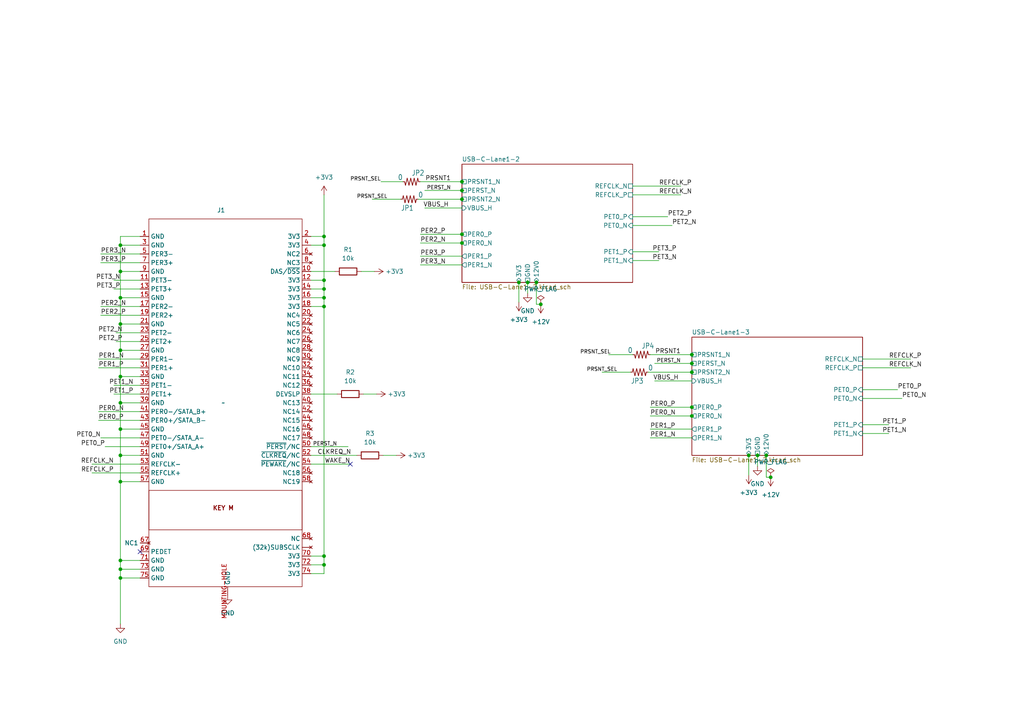
<source format=kicad_sch>
(kicad_sch (version 20230121) (generator eeschema)
  (paper "A4")
  (lib_symbols
    (symbol "Device:R" (pin_numbers hide) (pin_names (offset 0))
      (property "Reference" "R" (at 2.032 0 90))
      (property "Value" "R" (at 0 0 90))
      (symbol "R_0_1"
        (rectangle (start -1.016 -2.54) (end 1.016 2.54) (stroke (width 0.254)))
      )
      (symbol "R_1_1"
        (pin passive line (at 0 3.81 270) (length 1.27) (name "~") (number "1"))
        (pin passive line (at 0 -3.81 90) (length 1.27) (name "~") (number "2"))
      )
    )
    (symbol "M.2-Templates-eagle-import:M.2-M-Key"
      (property "Reference" "J1" (at -0.635 55.88 0))
      (property "Value" "~" (at 0 0 0))
      (symbol "M.2-M-Key_0_1"
        (rectangle (start -21.59 -25.4) (end 22.86 -36.83))
        (rectangle (start -21.59 53.34) (end 22.86 -53.34))
      )
      (symbol "M.2-M-Key_1_0"
        (pin no_connect line (at 25.4 -41.91 180) (length 2.54) (name "(32k)SUBSCLK") (number ""))
        (pin output line (at 25.4 38.1 180) (length 2.54) (name "DAS/~{DSS}") (number "10"))
        (pin input line (at -24.13 35.56 0) (length 2.54) (name "PET3-") (number "11"))
        (pin power_in line (at 25.4 35.56 180) (length 2.54) (name "3V3") (number "12"))
        (pin input line (at -24.13 33.02 0) (length 2.54) (name "PET3+") (number "13"))
        (pin power_in line (at 25.4 33.02 180) (length 2.54) (name "3V3") (number "14"))
        (pin power_in line (at -24.13 30.48 0) (length 2.54) (name "GND") (number "15"))
        (pin power_in line (at 25.4 30.48 180) (length 2.54) (name "3V3") (number "16"))
        (pin output line (at -24.13 27.94 0) (length 2.54) (name "PER2-") (number "17"))
        (pin power_in line (at 25.4 27.94 180) (length 2.54) (name "3V3") (number "18"))
        (pin output line (at -24.13 25.4 0) (length 2.54) (name "PER2+") (number "19"))
        (pin power_in line (at 25.4 48.26 180) (length 2.54) (name "3V3") (number "2"))
        (pin no_connect line (at 25.4 25.4 180) (length 2.54) (name "NC4") (number "20"))
        (pin power_in line (at -24.13 22.86 0) (length 2.54) (name "GND") (number "21"))
        (pin no_connect line (at 25.4 22.86 180) (length 2.54) (name "NC5") (number "22"))
        (pin input line (at -24.13 20.32 0) (length 2.54) (name "PET2-") (number "23"))
        (pin no_connect line (at 25.4 20.32 180) (length 2.54) (name "NC6") (number "24"))
        (pin input line (at -24.13 17.78 0) (length 2.54) (name "PET2+") (number "25"))
        (pin no_connect line (at 25.4 17.78 180) (length 2.54) (name "NC7") (number "26"))
        (pin power_in line (at -24.13 15.24 0) (length 2.54) (name "GND") (number "27"))
        (pin no_connect line (at 25.4 15.24 180) (length 2.54) (name "NC8") (number "28"))
        (pin output line (at -24.13 12.7 0) (length 2.54) (name "PER1-") (number "29"))
        (pin power_in line (at -24.13 45.72 0) (length 2.54) (name "GND") (number "3"))
        (pin no_connect line (at 25.4 12.7 180) (length 2.54) (name "NC9") (number "30"))
        (pin output line (at -24.13 10.16 0) (length 2.54) (name "PER1+") (number "31"))
        (pin no_connect line (at 25.4 10.16 180) (length 2.54) (name "NC10") (number "32"))
        (pin power_in line (at -24.13 7.62 0) (length 2.54) (name "GND") (number "33"))
        (pin no_connect line (at 25.4 7.62 180) (length 2.54) (name "NC11") (number "34"))
        (pin input line (at -24.13 5.08 0) (length 2.54) (name "PET1-") (number "35"))
        (pin no_connect line (at 25.4 5.08 180) (length 2.54) (name "NC12") (number "36"))
        (pin input line (at -24.13 2.54 0) (length 2.54) (name "PET1+") (number "37"))
        (pin output line (at 25.4 2.54 180) (length 2.54) (name "DEVSLP") (number "38"))
        (pin power_in line (at -24.13 0 0) (length 2.54) (name "GND") (number "39"))
        (pin power_in line (at 25.4 45.72 180) (length 2.54) (name "3V3") (number "4"))
        (pin no_connect line (at 25.4 0 180) (length 2.54) (name "NC13") (number "40"))
        (pin output line (at -24.13 -2.54 0) (length 2.54) (name "PER0-/SATA_B+") (number "41"))
        (pin no_connect line (at 25.4 -2.54 180) (length 2.54) (name "NC14") (number "42"))
        (pin output line (at -24.13 -5.08 0) (length 2.54) (name "PER0+/SATA_B-") (number "43"))
        (pin no_connect line (at 25.4 -5.08 180) (length 2.54) (name "NC15") (number "44"))
        (pin power_in line (at -24.13 -7.62 0) (length 2.54) (name "GND") (number "45"))
        (pin no_connect line (at 25.4 -7.62 180) (length 2.54) (name "NC16") (number "46"))
        (pin input line (at -24.13 -10.16 0) (length 2.54) (name "PET0-/SATA_A-") (number "47"))
        (pin no_connect line (at 25.4 -10.16 180) (length 2.54) (name "NC17") (number "48"))
        (pin input line (at -24.13 -12.7 0) (length 2.54) (name "PET0+/SATA_A+") (number "49"))
        (pin output line (at -24.13 43.18 0) (length 2.54) (name "PER3-") (number "5"))
        (pin output line (at 25.4 -12.7 180) (length 2.54) (name "~{PERST}/NC") (number "50"))
        (pin power_in line (at -24.13 -15.24 0) (length 2.54) (name "GND") (number "51"))
        (pin input line (at 25.4 -15.24 180) (length 2.54) (name "~{CLKREQ}/NC") (number "52"))
        (pin output line (at -24.13 -17.78 0) (length 2.54) (name "REFCLK-") (number "53"))
        (pin input line (at 25.4 -17.78 180) (length 2.54) (name "~{PEWAKE}/NC") (number "54"))
        (pin output line (at -24.13 -20.32 0) (length 2.54) (name "REFCLK+") (number "55"))
        (pin no_connect line (at 25.4 -20.32 180) (length 2.54) (name "NC18") (number "56"))
        (pin power_in line (at -24.13 -22.86 0) (length 2.54) (name "GND") (number "57"))
        (pin no_connect line (at 25.4 -22.86 180) (length 2.54) (name "NC19") (number "58"))
        (pin no_connect line (at 25.4 43.18 180) (length 2.54) (name "NC2") (number "6"))
        (pin no_connect line (at -21.59 -40.64 180) (length 2.54) (name "NC1") (number "67"))
        (pin no_connect line (at 25.4 -39.37 180) (length 2.54) (name "NC") (number "68"))
        (pin output line (at -24.13 -43.18 0) (length 2.54) (name "PEDET") (number "69"))
        (pin output line (at -24.13 40.64 0) (length 2.54) (name "PER3+") (number "7"))
        (pin power_in line (at 25.4 -44.45 180) (length 2.54) (name "3V3") (number "70"))
        (pin power_in line (at -24.13 -45.72 0) (length 2.54) (name "GND") (number "71"))
        (pin power_in line (at 25.4 -46.99 180) (length 2.54) (name "3V3") (number "72"))
        (pin power_in line (at -24.13 -48.26 0) (length 2.54) (name "GND") (number "73"))
        (pin power_in line (at 25.4 -49.53 180) (length 2.54) (name "3V3") (number "74"))
        (pin power_in line (at -24.13 -50.8 0) (length 2.54) (name "GND") (number "75"))
        (pin no_connect line (at 25.4 40.64 180) (length 2.54) (name "NC3") (number "8"))
        (pin power_in line (at -24.13 38.1 0) (length 2.54) (name "GND") (number "9"))
      )
      (symbol "M.2-M-Key_1_1"
        (text "KEY M" (at 0 -30.48 0) (effects (font (size 1.27 1.27) bold)))
        (pin power_in line (at -24.13 48.26 0) (length 2.54) (name "GND") (number "1"))
        (pin power_in line (at 1.27 -55.88 90) (length 2.54) (name "GND") (number "MOUNTING-HOLE"))
      )
    )
    (symbol "pcie2usbc-eagle-import:R-US_R0603"
      (property "Reference" "R" (at 2.54 1.27 0))
      (symbol "R-US_R0603_1_0"
        (polyline (pts (xy -1.016 -1.778) (xy 0 -2.032)) (stroke (width 0.2032)))
        (polyline (pts (xy -1.016 -0.762) (xy 1.016 -0.254)) (stroke (width 0.2032)))
        (polyline (pts (xy -1.016 0.254) (xy 1.016 0.762)) (stroke (width 0.2032)))
        (polyline (pts (xy -1.016 1.27) (xy 1.016 1.778)) (stroke (width 0.2032)))
        (polyline (pts (xy 0 -2.032) (xy 0 -2.54)) (stroke (width 0.2032)))
        (polyline (pts (xy 0 2.032) (xy 0 2.54)) (stroke (width 0.2032)))
        (polyline (pts (xy 1.016 -1.27) (xy -1.016 -1.778)) (stroke (width 0.2032)))
        (polyline (pts (xy 1.016 -1.27) (xy -1.016 -0.762)) (stroke (width 0.2032)))
        (polyline (pts (xy 1.016 -0.254) (xy -1.016 0.254)) (stroke (width 0.2032)))
        (polyline (pts (xy 1.016 0.762) (xy -1.016 1.27)) (stroke (width 0.2032)))
        (polyline (pts (xy 1.016 1.778) (xy 0 2.032)) (stroke (width 0.2032)))
        (pin passive line (at 0 -2.54 90) (length 0) (name "1") (number "1"))
        (pin passive line (at 0 2.54 270) (length 0) (name "2") (number "2"))
      )
    )
    (symbol "power:+12V" (power) (pin_names (offset 0))
      (property "Value" "+12V" (at 0 3.556 0))
      (symbol "+12V_0_1"
        (polyline (pts (xy -0.762 1.27) (xy 0 2.54)))
        (polyline (pts (xy 0 0) (xy 0 2.54)))
        (polyline (pts (xy 0 2.54) (xy 0.762 1.27)))
      )
      (symbol "+12V_1_1"
        (pin power_in line (at 0 0 90) (length 0) hide (name "+12V") (number "1"))
      )
    )
    (symbol "power:+3V3" (power) (pin_names (offset 0))
      (property "Value" "+3V3" (at 0 3.556 0))
      (symbol "+3V3_0_1"
        (polyline (pts (xy -0.762 1.27) (xy 0 2.54)))
        (polyline (pts (xy 0 0) (xy 0 2.54)))
        (polyline (pts (xy 0 2.54) (xy 0.762 1.27)))
      )
      (symbol "+3V3_1_1"
        (pin power_in line (at 0 0 90) (length 0) hide (name "+3V3") (number "1"))
      )
    )
    (symbol "power:GND" (power) (pin_names (offset 0))
      (property "Value" "GND" (at 0 -3.81 0))
      (symbol "GND_0_1"
        (polyline (pts (xy 0 0) (xy 0 -1.27) (xy 1.27 -1.27) (xy 0 -2.54) (xy -1.27 -1.27) (xy 0 -1.27)))
      )
      (symbol "GND_1_1"
        (pin power_in line (at 0 0 270) (length 0) hide (name "GND") (number "1"))
      )
    )
    (symbol "power:PWR_FLAG" (power) (pin_numbers hide) (pin_names (offset 0) hide)
      (property "Value" "PWR_FLAG" (at 0 3.81 0))
      (symbol "PWR_FLAG_0_0"
        (pin power_out line (at 0 0 90) (length 0) (name "pwr") (number "1"))
      )
      (symbol "PWR_FLAG_0_1"
        (polyline (pts (xy 0 0) (xy 0 1.27) (xy -1.016 1.905) (xy 0 2.54) (xy 1.016 1.905) (xy 0 1.27)))
      )
    )
  )
  (junction (at 34.925 139.7))
  (junction (at 200.66 105.41))
  (junction (at 93.98 71.12))
  (junction (at 93.98 81.28))
  (junction (at 217.17 132.08))
  (junction (at 34.925 109.22))
  (junction (at 34.925 165.1))
  (junction (at 150.495 81.915))
  (junction (at 34.925 101.6))
  (junction (at 133.985 67.945))
  (junction (at 156.845 88.265))
  (junction (at 34.925 93.98))
  (junction (at 223.52 138.43))
  (junction (at 219.71 132.08))
  (junction (at 34.925 71.12))
  (junction (at 93.98 88.9))
  (junction (at 153.035 81.915))
  (junction (at 200.66 118.11))
  (junction (at 93.98 68.58))
  (junction (at 34.925 167.64))
  (junction (at 200.66 120.65))
  (junction (at 93.98 163.83))
  (junction (at 155.575 81.915))
  (junction (at 34.925 132.08))
  (junction (at 34.925 86.36))
  (junction (at 34.925 116.84))
  (junction (at 222.25 132.08))
  (junction (at 133.985 55.245))
  (junction (at 133.985 70.485))
  (junction (at 133.985 52.705))
  (junction (at 200.66 107.95))
  (junction (at 93.98 83.82))
  (junction (at 34.925 124.46))
  (junction (at 93.98 86.36))
  (junction (at 93.98 161.29))
  (junction (at 34.925 78.74))
  (junction (at 133.985 57.785))
  (junction (at 200.66 102.87))
  (junction (at 34.925 162.56))
  (no_connect (at 40.64 160.02))
  (no_connect (at 101.6 134.62))
  (wire (pts (xy 40.64 81.28) (xy 33.02 81.28)))
  (wire (pts (xy 90.17 71.12) (xy 93.98 71.12)))
  (wire (pts (xy 250.19 123.19) (xy 257.81 123.19)))
  (wire (pts (xy 34.925 93.98) (xy 34.925 101.6)))
  (wire (pts (xy 134.62 55.245) (xy 133.985 55.245)))
  (wire (pts (xy 93.98 88.9) (xy 93.98 161.29)))
  (wire (pts (xy 33.02 114.3) (xy 40.64 114.3)))
  (wire (pts (xy 183.515 65.405) (xy 194.945 65.405)))
  (wire (pts (xy 40.64 78.74) (xy 34.925 78.74)))
  (wire (pts (xy 34.925 71.12) (xy 40.64 71.12)))
  (wire (pts (xy 34.925 162.56) (xy 34.925 165.1)))
  (wire (pts (xy 40.64 101.6) (xy 34.925 101.6)))
  (wire (pts (xy 40.64 121.92) (xy 28.575 121.92)))
  (wire (pts (xy 201.295 105.41) (xy 200.66 105.41)))
  (wire (pts (xy 93.98 71.12) (xy 93.98 81.28)))
  (wire (pts (xy 133.985 70.485) (xy 121.92 70.485)))
  (wire (pts (xy 250.19 113.03) (xy 260.35 113.03)))
  (wire (pts (xy 121.92 74.295) (xy 133.985 74.295)))
  (wire (pts (xy 34.925 109.22) (xy 34.925 116.84)))
  (wire (pts (xy 183.515 75.565) (xy 191.135 75.565)))
  (wire (pts (xy 90.17 86.36) (xy 93.98 86.36)))
  (wire (pts (xy 34.925 165.1) (xy 34.925 167.64)))
  (wire (pts (xy 34.925 124.46) (xy 40.64 124.46)))
  (wire (pts (xy 40.64 162.56) (xy 34.925 162.56)))
  (wire (pts (xy 104.775 78.74) (xy 108.585 78.74)))
  (wire (pts (xy 93.98 166.37) (xy 90.17 166.37)))
  (wire (pts (xy 93.98 56.515) (xy 93.98 68.58)))
  (wire (pts (xy 188.595 124.46) (xy 200.66 124.46)))
  (wire (pts (xy 34.925 167.64) (xy 34.925 180.975)))
  (wire (pts (xy 133.985 55.245) (xy 123.19 55.245)))
  (wire (pts (xy 155.575 81.915) (xy 155.575 88.265)))
  (wire (pts (xy 34.925 71.12) (xy 34.925 68.58)))
  (wire (pts (xy 174.625 107.95) (xy 182.88 107.95)))
  (wire (pts (xy 264.16 106.68) (xy 250.19 106.68)))
  (wire (pts (xy 40.64 119.38) (xy 28.575 119.38)))
  (wire (pts (xy 176.53 102.87) (xy 183.515 102.87)))
  (wire (pts (xy 107.95 57.785) (xy 116.205 57.785)))
  (wire (pts (xy 93.98 163.83) (xy 93.98 166.37)))
  (wire (pts (xy 34.925 71.12) (xy 34.925 78.74)))
  (wire (pts (xy 197.485 56.515) (xy 183.515 56.515)))
  (wire (pts (xy 26.67 137.16) (xy 40.64 137.16)))
  (wire (pts (xy 121.285 57.785) (xy 133.985 57.785)))
  (wire (pts (xy 153.035 81.28) (xy 153.035 81.915)))
  (wire (pts (xy 150.495 81.28) (xy 150.495 81.915)))
  (wire (pts (xy 34.925 68.58) (xy 40.64 68.58)))
  (wire (pts (xy 29.21 91.44) (xy 40.64 91.44)))
  (wire (pts (xy 201.295 120.65) (xy 200.66 120.65)))
  (wire (pts (xy 90.17 83.82) (xy 93.98 83.82)))
  (wire (pts (xy 90.17 163.83) (xy 93.98 163.83)))
  (wire (pts (xy 200.66 105.41) (xy 189.865 105.41)))
  (wire (pts (xy 222.25 132.08) (xy 222.25 138.43)))
  (wire (pts (xy 34.925 132.08) (xy 40.64 132.08)))
  (wire (pts (xy 34.925 139.7) (xy 34.925 162.56)))
  (wire (pts (xy 111.125 132.08) (xy 114.935 132.08)))
  (wire (pts (xy 219.71 131.445) (xy 219.71 132.08)))
  (wire (pts (xy 40.64 165.1) (xy 34.925 165.1)))
  (wire (pts (xy 134.62 67.945) (xy 133.985 67.945)))
  (wire (pts (xy 90.17 134.62) (xy 101.6 134.62)))
  (wire (pts (xy 133.985 57.785) (xy 134.62 57.785)))
  (wire (pts (xy 90.17 161.29) (xy 93.98 161.29)))
  (wire (pts (xy 26.67 134.62) (xy 40.64 134.62)))
  (wire (pts (xy 219.71 132.08) (xy 219.71 135.255)))
  (wire (pts (xy 110.49 52.705) (xy 116.84 52.705)))
  (wire (pts (xy 40.64 127) (xy 29.21 127)))
  (wire (pts (xy 264.16 104.14) (xy 250.19 104.14)))
  (wire (pts (xy 200.66 102.87) (xy 201.295 102.87)))
  (wire (pts (xy 34.925 124.46) (xy 34.925 132.08)))
  (wire (pts (xy 153.035 81.915) (xy 153.035 85.09)))
  (wire (pts (xy 90.17 88.9) (xy 93.98 88.9)))
  (wire (pts (xy 93.98 161.29) (xy 93.98 163.83)))
  (wire (pts (xy 93.98 81.28) (xy 93.98 83.82)))
  (wire (pts (xy 33.02 111.76) (xy 40.64 111.76)))
  (wire (pts (xy 40.64 167.64) (xy 34.925 167.64)))
  (wire (pts (xy 90.17 78.74) (xy 97.155 78.74)))
  (wire (pts (xy 90.17 114.3) (xy 97.79 114.3)))
  (wire (pts (xy 201.295 118.11) (xy 200.66 118.11)))
  (wire (pts (xy 250.19 115.57) (xy 261.62 115.57)))
  (wire (pts (xy 40.64 96.52) (xy 33.655 96.52)))
  (wire (pts (xy 200.66 118.11) (xy 188.595 118.11)))
  (wire (pts (xy 40.64 99.06) (xy 33.655 99.06)))
  (wire (pts (xy 222.25 138.43) (xy 223.52 138.43)))
  (wire (pts (xy 188.595 127) (xy 200.66 127)))
  (wire (pts (xy 250.19 125.73) (xy 257.81 125.73)))
  (wire (pts (xy 189.865 110.49) (xy 200.66 110.49)))
  (wire (pts (xy 100.965 129.54) (xy 90.17 129.54)))
  (wire (pts (xy 90.17 68.58) (xy 93.98 68.58)))
  (wire (pts (xy 155.575 81.28) (xy 155.575 81.915)))
  (wire (pts (xy 187.96 107.95) (xy 200.66 107.95)))
  (wire (pts (xy 133.985 52.705) (xy 134.62 52.705)))
  (wire (pts (xy 40.64 129.54) (xy 30.48 129.54)))
  (wire (pts (xy 150.495 81.915) (xy 150.495 87.63)))
  (wire (pts (xy 34.925 116.84) (xy 34.925 124.46)))
  (wire (pts (xy 155.575 88.265) (xy 156.845 88.265)))
  (wire (pts (xy 40.64 93.98) (xy 34.925 93.98)))
  (wire (pts (xy 34.925 86.36) (xy 40.64 86.36)))
  (wire (pts (xy 121.92 52.705) (xy 133.985 52.705)))
  (wire (pts (xy 40.64 83.82) (xy 33.02 83.82)))
  (wire (pts (xy 90.17 132.08) (xy 103.505 132.08)))
  (wire (pts (xy 121.92 76.835) (xy 133.985 76.835)))
  (wire (pts (xy 34.925 139.7) (xy 40.64 139.7)))
  (wire (pts (xy 34.925 86.36) (xy 34.925 93.98)))
  (wire (pts (xy 40.64 109.22) (xy 34.925 109.22)))
  (wire (pts (xy 217.17 131.445) (xy 217.17 132.08)))
  (wire (pts (xy 188.595 102.87) (xy 200.66 102.87)))
  (wire (pts (xy 183.515 62.865) (xy 193.675 62.865)))
  (wire (pts (xy 34.925 132.08) (xy 34.925 139.7)))
  (wire (pts (xy 34.925 101.6) (xy 34.925 109.22)))
  (wire (pts (xy 28.575 106.68) (xy 40.64 106.68)))
  (wire (pts (xy 200.66 120.65) (xy 188.595 120.65)))
  (wire (pts (xy 222.25 131.445) (xy 222.25 132.08)))
  (wire (pts (xy 29.21 73.66) (xy 40.64 73.66)))
  (wire (pts (xy 28.575 104.14) (xy 40.64 104.14)))
  (wire (pts (xy 197.485 53.975) (xy 183.515 53.975)))
  (wire (pts (xy 200.66 107.95) (xy 201.295 107.95)))
  (wire (pts (xy 133.985 67.945) (xy 121.92 67.945)))
  (wire (pts (xy 93.98 68.58) (xy 93.98 71.12)))
  (wire (pts (xy 105.41 114.3) (xy 109.22 114.3)))
  (wire (pts (xy 93.98 83.82) (xy 93.98 86.36)))
  (wire (pts (xy 90.17 81.28) (xy 93.98 81.28)))
  (wire (pts (xy 123.19 60.325) (xy 133.985 60.325)))
  (wire (pts (xy 29.21 88.9) (xy 40.64 88.9)))
  (wire (pts (xy 40.64 116.84) (xy 34.925 116.84)))
  (wire (pts (xy 217.17 132.08) (xy 217.17 137.795)))
  (wire (pts (xy 134.62 70.485) (xy 133.985 70.485)))
  (wire (pts (xy 29.21 76.2) (xy 40.64 76.2)))
  (wire (pts (xy 34.925 78.74) (xy 34.925 86.36)))
  (wire (pts (xy 183.515 73.025) (xy 191.135 73.025)))
  (wire (pts (xy 93.98 86.36) (xy 93.98 88.9)))
  (label "PET0_N" (at 29.21 127 180))
  (label "PER0_P" (at 188.595 118.11 0))
  (label "WAKE_N" (at 101.6 134.62 180))
  (label "PET2_N" (at 194.945 65.405 0))
  (label "REFCLK_P" (at 33.02 137.16 180))
  (label "PET2_P" (at 35.56 99.06 180))
  (label "PER1_N" (at 188.595 127 0))
  (label "PERST_N" (at 97.79 129.54 180) (effects (font (size 1.0668 1.0668))))
  (label "PET2_P" (at 193.675 62.865 0))
  (label "PER3_P" (at 29.21 76.2 0))
  (label "PET3_N" (at 189.23 75.565 0))
  (label "REFCLK_P" (at 257.81 104.14 0))
  (label "PRSNT_SEL" (at 112.395 57.785 180) (effects (font (size 1.0668 1.0668))))
  (label "PET0_P" (at 260.35 113.03 0))
  (label "PET0_P" (at 30.48 129.54 180))
  (label "PRSNT_SEL" (at 177.165 102.87 180) (effects (font (size 1.0668 1.0668))))
  (label "REFCLK_N" (at 257.81 106.68 0))
  (label "PER2_N" (at 29.21 88.9 0))
  (label "VBUS_H" (at 196.85 110.49 180))
  (label "PET1_P" (at 38.735 114.3 180))
  (label "VBUS_H" (at 130.175 60.325 180))
  (label "PER2_N" (at 121.92 70.485 0))
  (label "PRSNT_SEL" (at 179.07 107.95 180) (effects (font (size 1.0668 1.0668))))
  (label "PER1_P" (at 188.595 124.46 0))
  (label "PER0_N" (at 28.575 119.38 0))
  (label "CLKREQ_N" (at 92.075 132.08 0))
  (label "PET3_N" (at 34.925 81.28 180))
  (label "REFCLK_P" (at 191.135 53.975 0))
  (label "PER3_N" (at 121.92 76.835 0))
  (label "PRSNT1" (at 130.81 52.705 180))
  (label "PET1_N" (at 255.905 125.73 0))
  (label "REFCLK_N" (at 33.02 134.62 180))
  (label "PRSNT1" (at 197.485 102.87 180))
  (label "PET1_N" (at 38.735 111.76 180))
  (label "PER2_P" (at 121.92 67.945 0))
  (label "REFCLK_N" (at 191.135 56.515 0))
  (label "PER0_P" (at 28.575 121.92 0))
  (label "PER3_P" (at 121.92 74.295 0))
  (label "PER0_N" (at 188.595 120.65 0))
  (label "PERST_N" (at 130.81 55.245 180) (effects (font (size 1.0668 1.0668))))
  (label "PRSNT_SEL" (at 110.49 52.705 180) (effects (font (size 1.0668 1.0668))))
  (label "PER3_N" (at 29.21 73.66 0))
  (label "PET1_P" (at 255.905 123.19 0))
  (label "PET3_P" (at 189.23 73.025 0))
  (label "PERST_N" (at 197.485 105.41 180) (effects (font (size 1.0668 1.0668))))
  (label "PET0_N" (at 261.62 115.57 0))
  (label "PER1_N" (at 28.575 104.14 0))
  (label "PER1_P" (at 28.575 106.68 0))
  (label "PER2_P" (at 29.21 91.44 0))
  (label "PET2_N" (at 35.56 96.52 180))
  (label "PET3_P" (at 34.925 83.82 180))
  (symbol (lib_id "Device:R") (at 107.315 132.08 90) (unit 1)
    (property "Reference" "R3" (at 107.315 125.73 90))
    (property "Value" "10k" (at 107.315 128.27 90))
    (property "Footprint" "Resistor_SMD:R_0201_0603Metric_Pad0.64x0.40mm_HandSolder" (effects hide))
  )
  (symbol (lib_id "power:PWR_FLAG") (at 223.52 138.43 0) (unit 1)
    (property "Reference" "#FLG02" (effects hide))
    (property "Value" "PWR_FLAG" (at 223.52 133.985 0))
  )
  (symbol (lib_id "power:+3V3") (at 93.98 56.515 0) (unit 1)
    (property "Reference" "#PWR02" (effects hide))
    (property "Value" "+3V3" (at 93.98 51.435 0))
  )
  (symbol (lib_id "power:+12V") (at 223.52 138.43 0) (mirror x) (unit 1)
    (property "Reference" "#PWR011" (effects hide))
    (property "Value" "+12V" (at 223.52 143.51 0))
  )
  (symbol (lib_id "M.2-Templates-eagle-import:M.2-M-Key") (at 64.77 116.84 0) (unit 1)
    (property "Reference" "J1" (at 64.135 60.96 0))
    (property "Value" "~" (at 64.77 116.84 0))
    (property "Footprint" "M.2-Templates:M.2-M-KEY" (effects hide))
  )
  (symbol (lib_id "power:+12V") (at 156.845 88.265 0) (mirror x) (unit 1)
    (property "Reference" "#PWR08" (effects hide))
    (property "Value" "+12V" (at 156.845 93.345 0))
  )
  (symbol (lib_id "Device:R") (at 100.965 78.74 90) (unit 1)
    (property "Reference" "R1" (at 100.965 72.39 90))
    (property "Value" "10k" (at 100.965 74.93 90))
    (property "Footprint" "Resistor_SMD:R_0201_0603Metric_Pad0.64x0.40mm_HandSolder" (effects hide))
  )
  (symbol (lib_id "power:+3V3") (at 108.585 78.74 270) (unit 1)
    (property "Reference" "#PWR03" (effects hide))
    (property "Value" "+3V3" (at 111.76 78.74 90) (effects (justify left)))
  )
  (symbol (lib_id "power:GND") (at 66.04 172.72 0) (unit 1)
    (property "Reference" "#PWR015" (effects hide))
    (property "Value" "GND" (at 66.04 177.8 0))
  )
  (symbol (lib_id "power:GND") (at 219.71 135.255 0) (unit 1)
    (property "Reference" "#PWR010" (effects hide))
    (property "Value" "GND" (at 219.71 140.335 0))
  )
  (symbol (lib_id "pcie2usbc-eagle-import:R-US_R0603") (at 118.745 57.785 270) (unit 1)
    (property "Reference" "JP1" (at 120.015 60.325 90) (effects (font (size 1.524 1.2954)) (justify right)))
    (property "Value" "0" (at 121.285 56.515 90) (effects (font (size 1.524 1.2954)) (justify left)))
    (property "Footprint" "Resistor_SMD:R_0402_1005Metric_Pad0.72x0.64mm_HandSolder" (effects hide))
  )
  (symbol (lib_id "power:+3V3") (at 109.22 114.3 270) (unit 1)
    (property "Reference" "#PWR04" (effects hide))
    (property "Value" "+3V3" (at 112.395 114.3 90) (effects (justify left)))
  )
  (symbol (lib_id "power:+3V3") (at 114.935 132.08 270) (unit 1)
    (property "Reference" "#PWR05" (effects hide))
    (property "Value" "+3V3" (at 118.11 132.08 90) (effects (justify left)))
  )
  (symbol (lib_id "pcie2usbc-eagle-import:R-US_R0603") (at 119.38 52.705 90) (mirror x) (unit 1)
    (property "Reference" "JP2" (at 119.38 50.165 90) (effects (font (size 1.524 1.2954)) (justify right)))
    (property "Value" "0" (at 116.84 51.435 90) (effects (font (size 1.524 1.2954)) (justify left)))
    (property "Footprint" "Resistor_SMD:R_0402_1005Metric_Pad0.72x0.64mm_HandSolder" (effects hide))
  )
  (symbol (lib_id "power:PWR_FLAG") (at 156.845 88.265 0) (unit 1)
    (property "Reference" "#FLG01" (effects hide))
    (property "Value" "PWR_FLAG" (at 156.845 83.82 0))
  )
  (symbol (lib_id "Device:R") (at 101.6 114.3 90) (unit 1)
    (property "Reference" "R2" (at 101.6 107.95 90))
    (property "Value" "10k" (at 101.6 110.49 90))
    (property "Footprint" "Resistor_SMD:R_0201_0603Metric_Pad0.64x0.40mm_HandSolder" (effects hide))
  )
  (symbol (lib_id "power:GND") (at 153.035 85.09 0) (unit 1)
    (property "Reference" "#PWR07" (effects hide))
    (property "Value" "GND" (at 153.035 90.17 0))
  )
  (symbol (lib_id "pcie2usbc-eagle-import:R-US_R0603") (at 186.055 102.87 90) (mirror x) (unit 1)
    (property "Reference" "JP4" (at 186.055 100.33 90) (effects (font (size 1.524 1.2954)) (justify right)))
    (property "Value" "0" (at 183.515 101.6 90) (effects (font (size 1.524 1.2954)) (justify left)))
    (property "Footprint" "Resistor_SMD:R_0402_1005Metric_Pad0.72x0.64mm_HandSolder" (effects hide))
  )
  (symbol (lib_id "power:+3V3") (at 217.17 137.795 0) (mirror x) (unit 1)
    (property "Reference" "#PWR09" (effects hide))
    (property "Value" "+3V3" (at 217.17 142.875 0))
  )
  (symbol (lib_id "power:GND") (at 34.925 180.975 0) (unit 1)
    (property "Reference" "#PWR01" (effects hide))
    (property "Value" "GND" (at 34.925 186.055 0))
  )
  (symbol (lib_id "pcie2usbc-eagle-import:R-US_R0603") (at 185.42 107.95 270) (unit 1)
    (property "Reference" "JP3" (at 186.69 110.49 90) (effects (font (size 1.524 1.2954)) (justify right)))
    (property "Value" "0" (at 187.96 106.68 90) (effects (font (size 1.524 1.2954)) (justify left)))
    (property "Footprint" "Resistor_SMD:R_0402_1005Metric_Pad0.72x0.64mm_HandSolder" (effects hide))
  )
  (symbol (lib_id "power:+3V3") (at 150.495 87.63 0) (mirror x) (unit 1)
    (property "Reference" "#PWR06" (effects hide))
    (property "Value" "+3V3" (at 150.495 92.71 0))
  )
  (sheet (at 200.66 97.79) (size 49.53 34.29) (stroke (width 0.1524))
    (property "Sheetname" "USB-C-Lane1-3" (at 200.66 97.0784 0) (effects (justify left bottom)))
    (property "Sheetfile" "USB-C-Lane1-2.kicad_sch" (at 200.66 132.6646 0) (effects (justify left top)))
    (pin "PRSNT1_N" passive (at 200.66 102.87 180))
    (pin "PERST_N" passive (at 200.66 105.41 180))
    (pin "PRSNT2_N" passive (at 200.66 107.95 180))
    (pin "VBUS_H" input (at 200.66 110.49 180))
    (pin "GND" passive (at 219.71 132.08 270))
    (pin "3V3" bidirectional (at 217.17 132.08 270))
    (pin "12V0" bidirectional (at 222.25 132.08 270))
    (pin "PER1_P" output (at 200.66 124.46 180))
    (pin "PER0_N" output (at 200.66 120.65 180))
    (pin "PER0_P" output (at 200.66 118.11 180))
    (pin "PER1_N" output (at 200.66 127 180))
    (pin "REFCLK_N" passive (at 250.19 104.14 0))
    (pin "PET1_P" input (at 250.19 123.19 0))
    (pin "PET1_N" input (at 250.19 125.73 0))
    (pin "REFCLK_P" passive (at 250.19 106.68 0))
    (pin "PET0_N" input (at 250.19 115.57 0))
    (pin "PET0_P" input (at 250.19 113.03 0))
  )
  (sheet (at 133.985 47.625) (size 49.53 34.29) (stroke (width 0.1524))
    (property "Sheetname" "USB-C-Lane1-2" (at 133.985 46.9134 0) (effects (justify left bottom)))
    (property "Sheetfile" "USB-C-Lane1-2.kicad_sch" (at 133.985 82.4996 0) (effects (justify left top)))
    (pin "PRSNT1_N" passive (at 133.985 52.705 180))
    (pin "PERST_N" passive (at 133.985 55.245 180))
    (pin "PRSNT2_N" passive (at 133.985 57.785 180))
    (pin "VBUS_H" input (at 133.985 60.325 180))
    (pin "GND" passive (at 153.035 81.915 270))
    (pin "3V3" bidirectional (at 150.495 81.915 270))
    (pin "12V0" bidirectional (at 155.575 81.915 270))
    (pin "PER1_P" output (at 133.985 74.295 180))
    (pin "PER0_N" output (at 133.985 70.485 180))
    (pin "PER0_P" output (at 133.985 67.945 180))
    (pin "PER1_N" output (at 133.985 76.835 180))
    (pin "REFCLK_N" passive (at 183.515 53.975 0))
    (pin "PET1_P" input (at 183.515 73.025 0))
    (pin "PET1_N" input (at 183.515 75.565 0))
    (pin "REFCLK_P" passive (at 183.515 56.515 0))
    (pin "PET0_N" input (at 183.515 65.405 0))
    (pin "PET0_P" input (at 183.515 62.865 0))
  )
)
</source>
